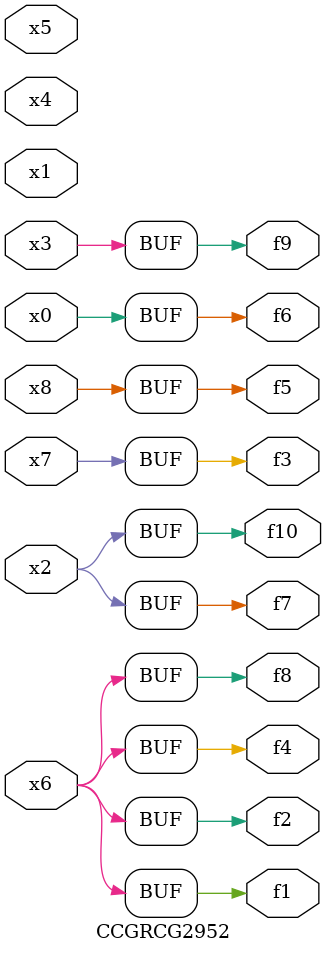
<source format=v>
module CCGRCG2952(
	input x0, x1, x2, x3, x4, x5, x6, x7, x8,
	output f1, f2, f3, f4, f5, f6, f7, f8, f9, f10
);
	assign f1 = x6;
	assign f2 = x6;
	assign f3 = x7;
	assign f4 = x6;
	assign f5 = x8;
	assign f6 = x0;
	assign f7 = x2;
	assign f8 = x6;
	assign f9 = x3;
	assign f10 = x2;
endmodule

</source>
